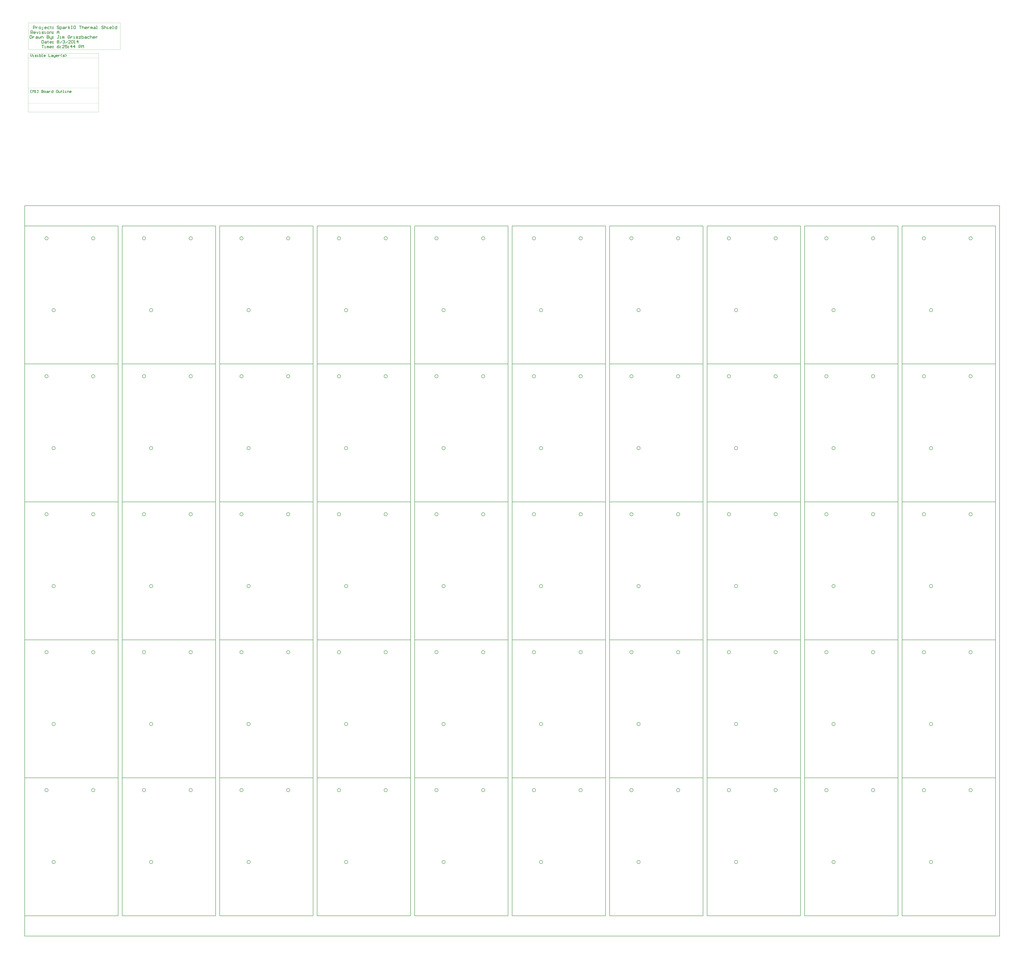
<source format=gko>
%FSLAX25Y25*%
%MOIN*%
G70*
G01*
G75*
G04 Layer_Color=16711935*
%ADD10C,0.01200*%
G04:AMPARAMS|DCode=11|XSize=37.4mil|YSize=25.59mil|CornerRadius=6.4mil|HoleSize=0mil|Usage=FLASHONLY|Rotation=270.000|XOffset=0mil|YOffset=0mil|HoleType=Round|Shape=RoundedRectangle|*
%AMROUNDEDRECTD11*
21,1,0.03740,0.01280,0,0,270.0*
21,1,0.02461,0.02559,0,0,270.0*
1,1,0.01280,-0.00640,-0.01230*
1,1,0.01280,-0.00640,0.01230*
1,1,0.01280,0.00640,0.01230*
1,1,0.01280,0.00640,-0.01230*
%
%ADD11ROUNDEDRECTD11*%
%ADD12R,0.02559X0.03740*%
%ADD13O,0.02362X0.07480*%
%ADD14R,0.03900X0.04300*%
%ADD15C,0.04000*%
%ADD16R,0.04300X0.03900*%
%ADD17C,0.01500*%
%ADD18C,0.01000*%
%ADD19C,0.02000*%
%ADD20C,0.00394*%
%ADD21R,0.07087X0.07087*%
%ADD22C,0.07087*%
%ADD23C,0.09449*%
%ADD24R,0.07500X0.07500*%
%ADD25C,0.07500*%
%ADD26C,0.08661*%
%ADD27C,0.31496*%
%ADD28C,0.02500*%
%ADD29C,0.00787*%
%ADD30C,0.01575*%
%ADD31C,0.00984*%
%ADD32C,0.00700*%
%ADD33C,0.00800*%
G04:AMPARAMS|DCode=34|XSize=45.4mil|YSize=33.59mil|CornerRadius=10.4mil|HoleSize=0mil|Usage=FLASHONLY|Rotation=270.000|XOffset=0mil|YOffset=0mil|HoleType=Round|Shape=RoundedRectangle|*
%AMROUNDEDRECTD34*
21,1,0.04540,0.01280,0,0,270.0*
21,1,0.02461,0.03359,0,0,270.0*
1,1,0.02080,-0.00640,-0.01230*
1,1,0.02080,-0.00640,0.01230*
1,1,0.02080,0.00640,0.01230*
1,1,0.02080,0.00640,-0.01230*
%
%ADD34ROUNDEDRECTD34*%
%ADD35R,0.03359X0.04540*%
%ADD36O,0.03162X0.08280*%
%ADD37R,0.04700X0.05100*%
%ADD38C,0.08000*%
%ADD39R,0.05100X0.04700*%
%ADD40R,0.07887X0.07887*%
%ADD41C,0.07887*%
%ADD42C,0.10249*%
%ADD43R,0.08300X0.08300*%
%ADD44C,0.08300*%
%ADD45C,0.09461*%
%ADD46C,0.32296*%
%ADD47C,0.03300*%
%ADD48C,0.00197*%
D10*
X17199Y2078300D02*
X15200D01*
Y2084298D01*
X17199D01*
X20198Y2078300D02*
Y2084298D01*
X22198Y2082299D01*
X24197Y2084298D01*
Y2078300D01*
X26196D02*
X28196D01*
X27196D01*
Y2084298D01*
X26196Y2083298D01*
X31195Y2078300D02*
X33194D01*
Y2084298D01*
X31195D01*
X42191D02*
Y2078300D01*
X45190D01*
X46190Y2079300D01*
Y2080299D01*
X45190Y2081299D01*
X42191D01*
X45190D01*
X46190Y2082299D01*
Y2083298D01*
X45190Y2084298D01*
X42191D01*
X49189Y2078300D02*
X51188D01*
X52188Y2079300D01*
Y2081299D01*
X51188Y2082299D01*
X49189D01*
X48189Y2081299D01*
Y2079300D01*
X49189Y2078300D01*
X55187Y2082299D02*
X57186D01*
X58186Y2081299D01*
Y2078300D01*
X55187D01*
X54187Y2079300D01*
X55187Y2080299D01*
X58186D01*
X60185Y2082299D02*
Y2078300D01*
Y2080299D01*
X61185Y2081299D01*
X62185Y2082299D01*
X63184D01*
X70182Y2084298D02*
Y2078300D01*
X67183D01*
X66184Y2079300D01*
Y2081299D01*
X67183Y2082299D01*
X70182D01*
X81179Y2084298D02*
X79179D01*
X78180Y2083298D01*
Y2079300D01*
X79179Y2078300D01*
X81179D01*
X82178Y2079300D01*
Y2083298D01*
X81179Y2084298D01*
X84178Y2082299D02*
Y2079300D01*
X85177Y2078300D01*
X88176D01*
Y2082299D01*
X91175Y2083298D02*
Y2082299D01*
X90176D01*
X92175D01*
X91175D01*
Y2079300D01*
X92175Y2078300D01*
X95174D02*
X97174D01*
X96174D01*
Y2084298D01*
X95174D01*
X100172Y2078300D02*
X102172D01*
X101172D01*
Y2082299D01*
X100172D01*
X105171Y2078300D02*
Y2082299D01*
X108170D01*
X109170Y2081299D01*
Y2078300D01*
X114168D02*
X112169D01*
X111169Y2079300D01*
Y2081299D01*
X112169Y2082299D01*
X114168D01*
X115168Y2081299D01*
Y2080299D01*
X111169D01*
X14600Y2172878D02*
Y2168879D01*
X16599Y2166879D01*
X18599Y2168879D01*
Y2172878D01*
X20598Y2166879D02*
X22597D01*
X21598D01*
Y2170878D01*
X20598D01*
X25596Y2166879D02*
X28596D01*
X29595Y2167879D01*
X28596Y2168879D01*
X26596D01*
X25596Y2169879D01*
X26596Y2170878D01*
X29595D01*
X31594Y2166879D02*
X33594D01*
X32594D01*
Y2170878D01*
X31594D01*
X36593Y2172878D02*
Y2166879D01*
X39592D01*
X40592Y2167879D01*
Y2168879D01*
Y2169879D01*
X39592Y2170878D01*
X36593D01*
X42591Y2166879D02*
X44590D01*
X43591D01*
Y2172878D01*
X42591D01*
X50588Y2166879D02*
X48589D01*
X47589Y2167879D01*
Y2169879D01*
X48589Y2170878D01*
X50588D01*
X51588Y2169879D01*
Y2168879D01*
X47589D01*
X59585Y2172878D02*
Y2166879D01*
X63584D01*
X66583Y2170878D02*
X68582D01*
X69582Y2169879D01*
Y2166879D01*
X66583D01*
X65583Y2167879D01*
X66583Y2168879D01*
X69582D01*
X71582Y2170878D02*
Y2167879D01*
X72581Y2166879D01*
X75580D01*
Y2165880D01*
X74581Y2164880D01*
X73581D01*
X75580Y2166879D02*
Y2170878D01*
X80579Y2166879D02*
X78579D01*
X77580Y2167879D01*
Y2169879D01*
X78579Y2170878D01*
X80579D01*
X81578Y2169879D01*
Y2168879D01*
X77580D01*
X83578Y2170878D02*
Y2166879D01*
Y2168879D01*
X84577Y2169879D01*
X85577Y2170878D01*
X86577D01*
X91575Y2166879D02*
X89576Y2168879D01*
Y2170878D01*
X91575Y2172878D01*
X94574Y2166879D02*
X97573D01*
X98573Y2167879D01*
X97573Y2168879D01*
X95574D01*
X94574Y2169879D01*
X95574Y2170878D01*
X98573D01*
X100572Y2166879D02*
X102571Y2168879D01*
Y2170878D01*
X100572Y2172878D01*
X21364Y2235431D02*
Y2242428D01*
X24863D01*
X26029Y2241262D01*
Y2238930D01*
X24863Y2237763D01*
X21364D01*
X28362Y2240096D02*
Y2235431D01*
Y2237763D01*
X29528Y2238930D01*
X30694Y2240096D01*
X31861D01*
X36526Y2235431D02*
X38858D01*
X40025Y2236597D01*
Y2238930D01*
X38858Y2240096D01*
X36526D01*
X35359Y2238930D01*
Y2236597D01*
X36526Y2235431D01*
X42357Y2233098D02*
X43523D01*
X44690Y2234264D01*
Y2240096D01*
X52854Y2235431D02*
X50521D01*
X49355Y2236597D01*
Y2238930D01*
X50521Y2240096D01*
X52854D01*
X54020Y2238930D01*
Y2237763D01*
X49355D01*
X61018Y2240096D02*
X57519D01*
X56353Y2238930D01*
Y2236597D01*
X57519Y2235431D01*
X61018D01*
X64517Y2241262D02*
Y2240096D01*
X63350D01*
X65683D01*
X64517D01*
Y2236597D01*
X65683Y2235431D01*
X69182Y2240096D02*
X70348D01*
Y2238930D01*
X69182D01*
Y2240096D01*
Y2236597D02*
X70348D01*
Y2235431D01*
X69182D01*
Y2236597D01*
X15532Y2223620D02*
Y2230617D01*
X19031D01*
X20198Y2229451D01*
Y2227118D01*
X19031Y2225952D01*
X15532D01*
X17865D02*
X20198Y2223620D01*
X26029D02*
X23697D01*
X22530Y2224786D01*
Y2227118D01*
X23697Y2228285D01*
X26029D01*
X27195Y2227118D01*
Y2225952D01*
X22530D01*
X29528Y2228285D02*
X31861Y2223620D01*
X34193Y2228285D01*
X36526Y2223620D02*
X38858D01*
X37692D01*
Y2228285D01*
X36526D01*
X42357Y2223620D02*
X45856D01*
X47022Y2224786D01*
X45856Y2225952D01*
X43523D01*
X42357Y2227118D01*
X43523Y2228285D01*
X47022D01*
X49355Y2223620D02*
X51688D01*
X50521D01*
Y2228285D01*
X49355D01*
X56353Y2223620D02*
X58685D01*
X59851Y2224786D01*
Y2227118D01*
X58685Y2228285D01*
X56353D01*
X55186Y2227118D01*
Y2224786D01*
X56353Y2223620D01*
X62184D02*
Y2228285D01*
X65683D01*
X66849Y2227118D01*
Y2223620D01*
X69182Y2228285D02*
X70348D01*
Y2227118D01*
X69182D01*
Y2228285D01*
Y2224786D02*
X70348D01*
Y2223620D01*
X69182D01*
Y2224786D01*
X13200Y2218806D02*
Y2211809D01*
X16699D01*
X17865Y2212975D01*
Y2217640D01*
X16699Y2218806D01*
X13200D01*
X20198Y2216474D02*
Y2211809D01*
Y2214141D01*
X21364Y2215307D01*
X22530Y2216474D01*
X23697D01*
X28362D02*
X30694D01*
X31861Y2215307D01*
Y2211809D01*
X28362D01*
X27195Y2212975D01*
X28362Y2214141D01*
X31861D01*
X34193Y2216474D02*
Y2212975D01*
X35359Y2211809D01*
X36526Y2212975D01*
X37692Y2211809D01*
X38858Y2212975D01*
Y2216474D01*
X41191Y2211809D02*
Y2216474D01*
X44690D01*
X45856Y2215307D01*
Y2211809D01*
X55186Y2218806D02*
Y2211809D01*
X58685D01*
X59851Y2212975D01*
Y2214141D01*
X58685Y2215307D01*
X55186D01*
X58685D01*
X59851Y2216474D01*
Y2217640D01*
X58685Y2218806D01*
X55186D01*
X62184Y2216474D02*
Y2212975D01*
X63350Y2211809D01*
X66849D01*
Y2210642D01*
X65683Y2209476D01*
X64517D01*
X66849Y2211809D02*
Y2216474D01*
X69182D02*
X70348D01*
Y2215307D01*
X69182D01*
Y2216474D01*
Y2212975D02*
X70348D01*
Y2211809D01*
X69182D01*
Y2212975D01*
X42357Y2206995D02*
Y2199998D01*
X45856D01*
X47022Y2201164D01*
Y2205829D01*
X45856Y2206995D01*
X42357D01*
X50521Y2204663D02*
X52854D01*
X54020Y2203497D01*
Y2199998D01*
X50521D01*
X49355Y2201164D01*
X50521Y2202330D01*
X54020D01*
X57519Y2205829D02*
Y2204663D01*
X56353D01*
X58685D01*
X57519D01*
Y2201164D01*
X58685Y2199998D01*
X65683D02*
X63350D01*
X62184Y2201164D01*
Y2203497D01*
X63350Y2204663D01*
X65683D01*
X66849Y2203497D01*
Y2202330D01*
X62184D01*
X69182Y2204663D02*
X70348D01*
Y2203497D01*
X69182D01*
Y2204663D01*
Y2201164D02*
X70348D01*
Y2199998D01*
X69182D01*
Y2201164D01*
X42357Y2195184D02*
X47022D01*
X44690D01*
Y2188187D01*
X49355D02*
X51688D01*
X50521D01*
Y2192852D01*
X49355D01*
X55186Y2188187D02*
Y2192852D01*
X56353D01*
X57519Y2191685D01*
Y2188187D01*
Y2191685D01*
X58685Y2192852D01*
X59851Y2191685D01*
Y2188187D01*
X65683D02*
X63350D01*
X62184Y2189353D01*
Y2191685D01*
X63350Y2192852D01*
X65683D01*
X66849Y2191685D01*
Y2190519D01*
X62184D01*
X69182Y2192852D02*
X70348D01*
Y2191685D01*
X69182D01*
Y2192852D01*
Y2189353D02*
X70348D01*
Y2188187D01*
X69182D01*
Y2189353D01*
X84794Y2241262D02*
X83628Y2242428D01*
X81295D01*
X80129Y2241262D01*
Y2240096D01*
X81295Y2238930D01*
X83628D01*
X84794Y2237763D01*
Y2236597D01*
X83628Y2235431D01*
X81295D01*
X80129Y2236597D01*
X87127Y2233098D02*
Y2240096D01*
X90626D01*
X91792Y2238930D01*
Y2236597D01*
X90626Y2235431D01*
X87127D01*
X95291Y2240096D02*
X97623D01*
X98790Y2238930D01*
Y2235431D01*
X95291D01*
X94125Y2236597D01*
X95291Y2237763D01*
X98790D01*
X101122Y2240096D02*
Y2235431D01*
Y2237763D01*
X102289Y2238930D01*
X103455Y2240096D01*
X104621D01*
X108120Y2235431D02*
Y2242428D01*
Y2237763D02*
X111619Y2240096D01*
X108120Y2237763D02*
X111619Y2235431D01*
X115118Y2242428D02*
X117450D01*
X116284D01*
Y2235431D01*
X115118D01*
X117450D01*
X124448Y2242428D02*
X122116D01*
X120949Y2241262D01*
Y2236597D01*
X122116Y2235431D01*
X124448D01*
X125614Y2236597D01*
Y2241262D01*
X124448Y2242428D01*
X134945D02*
X139610D01*
X137277D01*
Y2235431D01*
X141943Y2242428D02*
Y2235431D01*
Y2238930D01*
X143109Y2240096D01*
X145441D01*
X146608Y2238930D01*
Y2235431D01*
X152439D02*
X150107D01*
X148940Y2236597D01*
Y2238930D01*
X150107Y2240096D01*
X152439D01*
X153605Y2238930D01*
Y2237763D01*
X148940D01*
X155938Y2240096D02*
Y2235431D01*
Y2237763D01*
X157104Y2238930D01*
X158271Y2240096D01*
X159437D01*
X162936Y2235431D02*
Y2240096D01*
X164102D01*
X165268Y2238930D01*
Y2235431D01*
Y2238930D01*
X166435Y2240096D01*
X167601Y2238930D01*
Y2235431D01*
X171100Y2240096D02*
X173432D01*
X174599Y2238930D01*
Y2235431D01*
X171100D01*
X169933Y2236597D01*
X171100Y2237763D01*
X174599D01*
X176931Y2235431D02*
X179264D01*
X178097D01*
Y2242428D01*
X176931D01*
X194425Y2241262D02*
X193259Y2242428D01*
X190927D01*
X189760Y2241262D01*
Y2240096D01*
X190927Y2238930D01*
X193259D01*
X194425Y2237763D01*
Y2236597D01*
X193259Y2235431D01*
X190927D01*
X189760Y2236597D01*
X196758Y2242428D02*
Y2235431D01*
Y2238930D01*
X197924Y2240096D01*
X200257D01*
X201423Y2238930D01*
Y2235431D01*
X203756D02*
X206088D01*
X204922D01*
Y2240096D01*
X203756D01*
X213086Y2235431D02*
X210754D01*
X209587Y2236597D01*
Y2238930D01*
X210754Y2240096D01*
X213086D01*
X214252Y2238930D01*
Y2237763D01*
X209587D01*
X216585Y2235431D02*
X218918D01*
X217751D01*
Y2242428D01*
X216585D01*
X227082D02*
Y2235431D01*
X223583D01*
X222416Y2236597D01*
Y2238930D01*
X223583Y2240096D01*
X227082D01*
X80129Y2223620D02*
Y2228285D01*
X82462Y2230617D01*
X84794Y2228285D01*
Y2223620D01*
Y2227118D01*
X80129D01*
X84794Y2218806D02*
X82462D01*
X83628D01*
Y2212975D01*
X82462Y2211809D01*
X81295D01*
X80129Y2212975D01*
X87127Y2211809D02*
X89459D01*
X88293D01*
Y2216474D01*
X87127D01*
X92958Y2211809D02*
Y2216474D01*
X94125D01*
X95291Y2215307D01*
Y2211809D01*
Y2215307D01*
X96457Y2216474D01*
X97623Y2215307D01*
Y2211809D01*
X111619Y2217640D02*
X110453Y2218806D01*
X108120D01*
X106954Y2217640D01*
Y2212975D01*
X108120Y2211809D01*
X110453D01*
X111619Y2212975D01*
Y2215307D01*
X109286D01*
X113952Y2216474D02*
Y2211809D01*
Y2214141D01*
X115118Y2215307D01*
X116284Y2216474D01*
X117450D01*
X120949Y2211809D02*
X123282D01*
X122116D01*
Y2216474D01*
X120949D01*
X126781Y2211809D02*
X130280D01*
X131446Y2212975D01*
X130280Y2214141D01*
X127947D01*
X126781Y2215307D01*
X127947Y2216474D01*
X131446D01*
X133778D02*
X138444D01*
X133778Y2211809D01*
X138444D01*
X140776Y2218806D02*
Y2211809D01*
X144275D01*
X145441Y2212975D01*
Y2214141D01*
Y2215307D01*
X144275Y2216474D01*
X140776D01*
X148940D02*
X151273D01*
X152439Y2215307D01*
Y2211809D01*
X148940D01*
X147774Y2212975D01*
X148940Y2214141D01*
X152439D01*
X159437Y2216474D02*
X155938D01*
X154772Y2215307D01*
Y2212975D01*
X155938Y2211809D01*
X159437D01*
X161769Y2218806D02*
Y2211809D01*
Y2215307D01*
X162936Y2216474D01*
X165268D01*
X166435Y2215307D01*
Y2211809D01*
X172266D02*
X169933D01*
X168767Y2212975D01*
Y2215307D01*
X169933Y2216474D01*
X172266D01*
X173432Y2215307D01*
Y2214141D01*
X168767D01*
X175765Y2216474D02*
Y2211809D01*
Y2214141D01*
X176931Y2215307D01*
X178097Y2216474D01*
X179264D01*
X84794Y2195184D02*
X82462Y2194018D01*
X80129Y2191685D01*
Y2189353D01*
X81295Y2188187D01*
X83628D01*
X84794Y2189353D01*
Y2190519D01*
X83628Y2191685D01*
X80129D01*
X87127Y2192852D02*
X88293D01*
Y2191685D01*
X87127D01*
Y2192852D01*
Y2189353D02*
X88293D01*
Y2188187D01*
X87127D01*
Y2189353D01*
X97623Y2188187D02*
X92958D01*
X97623Y2192852D01*
Y2194018D01*
X96457Y2195184D01*
X94125D01*
X92958Y2194018D01*
X104621Y2195184D02*
X99956D01*
Y2191685D01*
X102289Y2192852D01*
X103455D01*
X104621Y2191685D01*
Y2189353D01*
X103455Y2188187D01*
X101122D01*
X99956Y2189353D01*
X106954Y2192852D02*
X108120D01*
Y2191685D01*
X106954D01*
Y2192852D01*
Y2189353D02*
X108120D01*
Y2188187D01*
X106954D01*
Y2189353D01*
X116284Y2188187D02*
Y2195184D01*
X112785Y2191685D01*
X117450D01*
X123282Y2188187D02*
Y2195184D01*
X119783Y2191685D01*
X124448D01*
X133778Y2188187D02*
Y2195184D01*
X137277D01*
X138444Y2194018D01*
Y2191685D01*
X137277Y2190519D01*
X133778D01*
X140776Y2188187D02*
Y2195184D01*
X143109Y2192852D01*
X145441Y2195184D01*
Y2188187D01*
X80129Y2205829D02*
X81295Y2206995D01*
X83628D01*
X84794Y2205829D01*
Y2204663D01*
X83628Y2203497D01*
X84794Y2202330D01*
Y2201164D01*
X83628Y2199998D01*
X81295D01*
X80129Y2201164D01*
Y2202330D01*
X81295Y2203497D01*
X80129Y2204663D01*
Y2205829D01*
X81295Y2203497D02*
X83628D01*
X87127Y2199998D02*
X91792Y2204663D01*
X94125Y2205829D02*
X95291Y2206995D01*
X97623D01*
X98790Y2205829D01*
Y2204663D01*
X97623Y2203497D01*
X96457D01*
X97623D01*
X98790Y2202330D01*
Y2201164D01*
X97623Y2199998D01*
X95291D01*
X94125Y2201164D01*
X101122Y2199998D02*
X105788Y2204663D01*
X112785Y2199998D02*
X108120D01*
X112785Y2204663D01*
Y2205829D01*
X111619Y2206995D01*
X109286D01*
X108120Y2205829D01*
X115118D02*
X116284Y2206995D01*
X118617D01*
X119783Y2205829D01*
Y2201164D01*
X118617Y2199998D01*
X116284D01*
X115118Y2201164D01*
Y2205829D01*
X122116Y2199998D02*
X124448D01*
X123282D01*
Y2206995D01*
X122116Y2205829D01*
X131446Y2199998D02*
Y2206995D01*
X127947Y2203497D01*
X132612D01*
D18*
X58031Y359300D02*
G03*
X58031Y359300I-4031J0D01*
G01*
X75631Y182200D02*
G03*
X75631Y182200I-4031J0D01*
G01*
X173031Y359300D02*
G03*
X173031Y359300I-4031J0D01*
G01*
X298031D02*
G03*
X298031Y359300I-4031J0D01*
G01*
X315631Y182200D02*
G03*
X315631Y182200I-4031J0D01*
G01*
X413031Y359300D02*
G03*
X413031Y359300I-4031J0D01*
G01*
X538031D02*
G03*
X538031Y359300I-4031J0D01*
G01*
X555631Y182200D02*
G03*
X555631Y182200I-4031J0D01*
G01*
X653031Y359300D02*
G03*
X653031Y359300I-4031J0D01*
G01*
X778031D02*
G03*
X778031Y359300I-4031J0D01*
G01*
X795631Y182200D02*
G03*
X795631Y182200I-4031J0D01*
G01*
X893031Y359300D02*
G03*
X893031Y359300I-4031J0D01*
G01*
X1018031D02*
G03*
X1018031Y359300I-4031J0D01*
G01*
X1035631Y182200D02*
G03*
X1035631Y182200I-4031J0D01*
G01*
X1133031Y359300D02*
G03*
X1133031Y359300I-4031J0D01*
G01*
X1258031D02*
G03*
X1258031Y359300I-4031J0D01*
G01*
X1275631Y182200D02*
G03*
X1275631Y182200I-4031J0D01*
G01*
X1373031Y359300D02*
G03*
X1373031Y359300I-4031J0D01*
G01*
X1498031D02*
G03*
X1498031Y359300I-4031J0D01*
G01*
X1515631Y182200D02*
G03*
X1515631Y182200I-4031J0D01*
G01*
X1613031Y359300D02*
G03*
X1613031Y359300I-4031J0D01*
G01*
X1738031D02*
G03*
X1738031Y359300I-4031J0D01*
G01*
X1755631Y182200D02*
G03*
X1755631Y182200I-4031J0D01*
G01*
X1853031Y359300D02*
G03*
X1853031Y359300I-4031J0D01*
G01*
X1978031D02*
G03*
X1978031Y359300I-4031J0D01*
G01*
X1995631Y182200D02*
G03*
X1995631Y182200I-4031J0D01*
G01*
X2093031Y359300D02*
G03*
X2093031Y359300I-4031J0D01*
G01*
X2218031D02*
G03*
X2218031Y359300I-4031J0D01*
G01*
X2235631Y182200D02*
G03*
X2235631Y182200I-4031J0D01*
G01*
X2333031Y359300D02*
G03*
X2333031Y359300I-4031J0D01*
G01*
X58031Y699300D02*
G03*
X58031Y699300I-4031J0D01*
G01*
X75631Y522200D02*
G03*
X75631Y522200I-4031J0D01*
G01*
X173031Y699300D02*
G03*
X173031Y699300I-4031J0D01*
G01*
X298031D02*
G03*
X298031Y699300I-4031J0D01*
G01*
X315631Y522200D02*
G03*
X315631Y522200I-4031J0D01*
G01*
X413031Y699300D02*
G03*
X413031Y699300I-4031J0D01*
G01*
X538031D02*
G03*
X538031Y699300I-4031J0D01*
G01*
X555631Y522200D02*
G03*
X555631Y522200I-4031J0D01*
G01*
X653031Y699300D02*
G03*
X653031Y699300I-4031J0D01*
G01*
X778031D02*
G03*
X778031Y699300I-4031J0D01*
G01*
X795631Y522200D02*
G03*
X795631Y522200I-4031J0D01*
G01*
X893031Y699300D02*
G03*
X893031Y699300I-4031J0D01*
G01*
X1018031D02*
G03*
X1018031Y699300I-4031J0D01*
G01*
X1035631Y522200D02*
G03*
X1035631Y522200I-4031J0D01*
G01*
X1133031Y699300D02*
G03*
X1133031Y699300I-4031J0D01*
G01*
X1258031D02*
G03*
X1258031Y699300I-4031J0D01*
G01*
X1275631Y522200D02*
G03*
X1275631Y522200I-4031J0D01*
G01*
X1373031Y699300D02*
G03*
X1373031Y699300I-4031J0D01*
G01*
X1498031D02*
G03*
X1498031Y699300I-4031J0D01*
G01*
X1515631Y522200D02*
G03*
X1515631Y522200I-4031J0D01*
G01*
X1613031Y699300D02*
G03*
X1613031Y699300I-4031J0D01*
G01*
X1738031D02*
G03*
X1738031Y699300I-4031J0D01*
G01*
X1755631Y522200D02*
G03*
X1755631Y522200I-4031J0D01*
G01*
X1853031Y699300D02*
G03*
X1853031Y699300I-4031J0D01*
G01*
X1978031D02*
G03*
X1978031Y699300I-4031J0D01*
G01*
X1995631Y522200D02*
G03*
X1995631Y522200I-4031J0D01*
G01*
X2093031Y699300D02*
G03*
X2093031Y699300I-4031J0D01*
G01*
X2218031D02*
G03*
X2218031Y699300I-4031J0D01*
G01*
X2235631Y522200D02*
G03*
X2235631Y522200I-4031J0D01*
G01*
X2333031Y699300D02*
G03*
X2333031Y699300I-4031J0D01*
G01*
X58031Y1039300D02*
G03*
X58031Y1039300I-4031J0D01*
G01*
X75631Y862200D02*
G03*
X75631Y862200I-4031J0D01*
G01*
X173031Y1039300D02*
G03*
X173031Y1039300I-4031J0D01*
G01*
X298031D02*
G03*
X298031Y1039300I-4031J0D01*
G01*
X315631Y862200D02*
G03*
X315631Y862200I-4031J0D01*
G01*
X413031Y1039300D02*
G03*
X413031Y1039300I-4031J0D01*
G01*
X538031D02*
G03*
X538031Y1039300I-4031J0D01*
G01*
X555631Y862200D02*
G03*
X555631Y862200I-4031J0D01*
G01*
X653031Y1039300D02*
G03*
X653031Y1039300I-4031J0D01*
G01*
X778031D02*
G03*
X778031Y1039300I-4031J0D01*
G01*
X795631Y862200D02*
G03*
X795631Y862200I-4031J0D01*
G01*
X893031Y1039300D02*
G03*
X893031Y1039300I-4031J0D01*
G01*
X1018031D02*
G03*
X1018031Y1039300I-4031J0D01*
G01*
X1035631Y862200D02*
G03*
X1035631Y862200I-4031J0D01*
G01*
X1133031Y1039300D02*
G03*
X1133031Y1039300I-4031J0D01*
G01*
X1258031D02*
G03*
X1258031Y1039300I-4031J0D01*
G01*
X1275631Y862200D02*
G03*
X1275631Y862200I-4031J0D01*
G01*
X1373031Y1039300D02*
G03*
X1373031Y1039300I-4031J0D01*
G01*
X1498031D02*
G03*
X1498031Y1039300I-4031J0D01*
G01*
X1515631Y862200D02*
G03*
X1515631Y862200I-4031J0D01*
G01*
X1613031Y1039300D02*
G03*
X1613031Y1039300I-4031J0D01*
G01*
X1738031D02*
G03*
X1738031Y1039300I-4031J0D01*
G01*
X1755631Y862200D02*
G03*
X1755631Y862200I-4031J0D01*
G01*
X1853031Y1039300D02*
G03*
X1853031Y1039300I-4031J0D01*
G01*
X1978031D02*
G03*
X1978031Y1039300I-4031J0D01*
G01*
X1995631Y862200D02*
G03*
X1995631Y862200I-4031J0D01*
G01*
X2093031Y1039300D02*
G03*
X2093031Y1039300I-4031J0D01*
G01*
X2218031D02*
G03*
X2218031Y1039300I-4031J0D01*
G01*
X2235631Y862200D02*
G03*
X2235631Y862200I-4031J0D01*
G01*
X2333031Y1039300D02*
G03*
X2333031Y1039300I-4031J0D01*
G01*
X58031Y1379300D02*
G03*
X58031Y1379300I-4031J0D01*
G01*
X75631Y1202200D02*
G03*
X75631Y1202200I-4031J0D01*
G01*
X173031Y1379300D02*
G03*
X173031Y1379300I-4031J0D01*
G01*
X298031D02*
G03*
X298031Y1379300I-4031J0D01*
G01*
X315631Y1202200D02*
G03*
X315631Y1202200I-4031J0D01*
G01*
X413031Y1379300D02*
G03*
X413031Y1379300I-4031J0D01*
G01*
X538031D02*
G03*
X538031Y1379300I-4031J0D01*
G01*
X555631Y1202200D02*
G03*
X555631Y1202200I-4031J0D01*
G01*
X653031Y1379300D02*
G03*
X653031Y1379300I-4031J0D01*
G01*
X778031D02*
G03*
X778031Y1379300I-4031J0D01*
G01*
X795631Y1202200D02*
G03*
X795631Y1202200I-4031J0D01*
G01*
X893031Y1379300D02*
G03*
X893031Y1379300I-4031J0D01*
G01*
X1018031D02*
G03*
X1018031Y1379300I-4031J0D01*
G01*
X1035631Y1202200D02*
G03*
X1035631Y1202200I-4031J0D01*
G01*
X1133031Y1379300D02*
G03*
X1133031Y1379300I-4031J0D01*
G01*
X1258031D02*
G03*
X1258031Y1379300I-4031J0D01*
G01*
X1275631Y1202200D02*
G03*
X1275631Y1202200I-4031J0D01*
G01*
X1373031Y1379300D02*
G03*
X1373031Y1379300I-4031J0D01*
G01*
X1498031D02*
G03*
X1498031Y1379300I-4031J0D01*
G01*
X1515631Y1202200D02*
G03*
X1515631Y1202200I-4031J0D01*
G01*
X1613031Y1379300D02*
G03*
X1613031Y1379300I-4031J0D01*
G01*
X1738031D02*
G03*
X1738031Y1379300I-4031J0D01*
G01*
X1755631Y1202200D02*
G03*
X1755631Y1202200I-4031J0D01*
G01*
X1853031Y1379300D02*
G03*
X1853031Y1379300I-4031J0D01*
G01*
X1978031D02*
G03*
X1978031Y1379300I-4031J0D01*
G01*
X1995631Y1202200D02*
G03*
X1995631Y1202200I-4031J0D01*
G01*
X2093031Y1379300D02*
G03*
X2093031Y1379300I-4031J0D01*
G01*
X2218031D02*
G03*
X2218031Y1379300I-4031J0D01*
G01*
X2235631Y1202200D02*
G03*
X2235631Y1202200I-4031J0D01*
G01*
X2333031Y1379300D02*
G03*
X2333031Y1379300I-4031J0D01*
G01*
X58031Y1719300D02*
G03*
X58031Y1719300I-4031J0D01*
G01*
X75631Y1542200D02*
G03*
X75631Y1542200I-4031J0D01*
G01*
X173031Y1719300D02*
G03*
X173031Y1719300I-4031J0D01*
G01*
X298031D02*
G03*
X298031Y1719300I-4031J0D01*
G01*
X315631Y1542200D02*
G03*
X315631Y1542200I-4031J0D01*
G01*
X413031Y1719300D02*
G03*
X413031Y1719300I-4031J0D01*
G01*
X538031D02*
G03*
X538031Y1719300I-4031J0D01*
G01*
X555631Y1542200D02*
G03*
X555631Y1542200I-4031J0D01*
G01*
X653031Y1719300D02*
G03*
X653031Y1719300I-4031J0D01*
G01*
X778031D02*
G03*
X778031Y1719300I-4031J0D01*
G01*
X795631Y1542200D02*
G03*
X795631Y1542200I-4031J0D01*
G01*
X893031Y1719300D02*
G03*
X893031Y1719300I-4031J0D01*
G01*
X1018031D02*
G03*
X1018031Y1719300I-4031J0D01*
G01*
X1035631Y1542200D02*
G03*
X1035631Y1542200I-4031J0D01*
G01*
X1133031Y1719300D02*
G03*
X1133031Y1719300I-4031J0D01*
G01*
X1258031D02*
G03*
X1258031Y1719300I-4031J0D01*
G01*
X1275631Y1542200D02*
G03*
X1275631Y1542200I-4031J0D01*
G01*
X1373031Y1719300D02*
G03*
X1373031Y1719300I-4031J0D01*
G01*
X1498031D02*
G03*
X1498031Y1719300I-4031J0D01*
G01*
X1515631Y1542200D02*
G03*
X1515631Y1542200I-4031J0D01*
G01*
X1613031Y1719300D02*
G03*
X1613031Y1719300I-4031J0D01*
G01*
X1738031D02*
G03*
X1738031Y1719300I-4031J0D01*
G01*
X1755631Y1542200D02*
G03*
X1755631Y1542200I-4031J0D01*
G01*
X1853031Y1719300D02*
G03*
X1853031Y1719300I-4031J0D01*
G01*
X1978031D02*
G03*
X1978031Y1719300I-4031J0D01*
G01*
X1995631Y1542200D02*
G03*
X1995631Y1542200I-4031J0D01*
G01*
X2093031Y1719300D02*
G03*
X2093031Y1719300I-4031J0D01*
G01*
X2218031D02*
G03*
X2218031Y1719300I-4031J0D01*
G01*
X2235631Y1542200D02*
G03*
X2235631Y1542200I-4031J0D01*
G01*
X2333031Y1719300D02*
G03*
X2333031Y1719300I-4031J0D01*
G01*
X0Y0D02*
Y1800000D01*
Y0D02*
X2400000D01*
X0Y1800000D02*
X2400000D01*
Y0D02*
Y1800000D01*
X0Y50000D02*
X230000D01*
Y50500D02*
Y390000D01*
X0D02*
X230000D01*
X0Y50000D02*
Y390000D01*
X240000Y50000D02*
X470000D01*
Y50500D02*
Y390000D01*
X240000D02*
X470000D01*
X240000Y50000D02*
Y390000D01*
X480000Y50000D02*
X710000D01*
Y50500D02*
Y390000D01*
X480000D02*
X710000D01*
X480000Y50000D02*
Y390000D01*
X720000Y50000D02*
X950000D01*
Y50500D02*
Y390000D01*
X720000D02*
X950000D01*
X720000Y50000D02*
Y390000D01*
X960000Y50000D02*
X1190000D01*
Y50500D02*
Y390000D01*
X960000D02*
X1190000D01*
X960000Y50000D02*
Y390000D01*
X1200000Y50000D02*
X1430000D01*
Y50500D02*
Y390000D01*
X1200000D02*
X1430000D01*
X1200000Y50000D02*
Y390000D01*
X1440000Y50000D02*
X1670000D01*
Y50500D02*
Y390000D01*
X1440000D02*
X1670000D01*
X1440000Y50000D02*
Y390000D01*
X1680000Y50000D02*
X1910000D01*
Y50500D02*
Y390000D01*
X1680000D02*
X1910000D01*
X1680000Y50000D02*
Y390000D01*
X1920000Y50000D02*
X2150000D01*
Y50500D02*
Y390000D01*
X1920000D02*
X2150000D01*
X1920000Y50000D02*
Y390000D01*
X2160000Y50000D02*
X2390000D01*
Y50500D02*
Y390000D01*
X2160000D02*
X2390000D01*
X2160000Y50000D02*
Y390000D01*
X0D02*
X230000D01*
Y390500D02*
Y730000D01*
X0D02*
X230000D01*
X0Y390000D02*
Y730000D01*
X240000Y390000D02*
X470000D01*
Y390500D02*
Y730000D01*
X240000D02*
X470000D01*
X240000Y390000D02*
Y730000D01*
X480000Y390000D02*
X710000D01*
Y390500D02*
Y730000D01*
X480000D02*
X710000D01*
X480000Y390000D02*
Y730000D01*
X720000Y390000D02*
X950000D01*
Y390500D02*
Y730000D01*
X720000D02*
X950000D01*
X720000Y390000D02*
Y730000D01*
X960000Y390000D02*
X1190000D01*
Y390500D02*
Y730000D01*
X960000D02*
X1190000D01*
X960000Y390000D02*
Y730000D01*
X1200000Y390000D02*
X1430000D01*
Y390500D02*
Y730000D01*
X1200000D02*
X1430000D01*
X1200000Y390000D02*
Y730000D01*
X1440000Y390000D02*
X1670000D01*
Y390500D02*
Y730000D01*
X1440000D02*
X1670000D01*
X1440000Y390000D02*
Y730000D01*
X1680000Y390000D02*
X1910000D01*
Y390500D02*
Y730000D01*
X1680000D02*
X1910000D01*
X1680000Y390000D02*
Y730000D01*
X1920000Y390000D02*
X2150000D01*
Y390500D02*
Y730000D01*
X1920000D02*
X2150000D01*
X1920000Y390000D02*
Y730000D01*
X2160000Y390000D02*
X2390000D01*
Y390500D02*
Y730000D01*
X2160000D02*
X2390000D01*
X2160000Y390000D02*
Y730000D01*
X0D02*
X230000D01*
Y730500D02*
Y1070000D01*
X0D02*
X230000D01*
X0Y730000D02*
Y1070000D01*
X240000Y730000D02*
X470000D01*
Y730500D02*
Y1070000D01*
X240000D02*
X470000D01*
X240000Y730000D02*
Y1070000D01*
X480000Y730000D02*
X710000D01*
Y730500D02*
Y1070000D01*
X480000D02*
X710000D01*
X480000Y730000D02*
Y1070000D01*
X720000Y730000D02*
X950000D01*
Y730500D02*
Y1070000D01*
X720000D02*
X950000D01*
X720000Y730000D02*
Y1070000D01*
X960000Y730000D02*
X1190000D01*
Y730500D02*
Y1070000D01*
X960000D02*
X1190000D01*
X960000Y730000D02*
Y1070000D01*
X1200000Y730000D02*
X1430000D01*
Y730500D02*
Y1070000D01*
X1200000D02*
X1430000D01*
X1200000Y730000D02*
Y1070000D01*
X1440000Y730000D02*
X1670000D01*
Y730500D02*
Y1070000D01*
X1440000D02*
X1670000D01*
X1440000Y730000D02*
Y1070000D01*
X1680000Y730000D02*
X1910000D01*
Y730500D02*
Y1070000D01*
X1680000D02*
X1910000D01*
X1680000Y730000D02*
Y1070000D01*
X1920000Y730000D02*
X2150000D01*
Y730500D02*
Y1070000D01*
X1920000D02*
X2150000D01*
X1920000Y730000D02*
Y1070000D01*
X2160000Y730000D02*
X2390000D01*
Y730500D02*
Y1070000D01*
X2160000D02*
X2390000D01*
X2160000Y730000D02*
Y1070000D01*
X0D02*
X230000D01*
Y1070500D02*
Y1410000D01*
X0D02*
X230000D01*
X0Y1070000D02*
Y1410000D01*
X240000Y1070000D02*
X470000D01*
Y1070500D02*
Y1410000D01*
X240000D02*
X470000D01*
X240000Y1070000D02*
Y1410000D01*
X480000Y1070000D02*
X710000D01*
Y1070500D02*
Y1410000D01*
X480000D02*
X710000D01*
X480000Y1070000D02*
Y1410000D01*
X720000Y1070000D02*
X950000D01*
Y1070500D02*
Y1410000D01*
X720000D02*
X950000D01*
X720000Y1070000D02*
Y1410000D01*
X960000Y1070000D02*
X1190000D01*
Y1070500D02*
Y1410000D01*
X960000D02*
X1190000D01*
X960000Y1070000D02*
Y1410000D01*
X1200000Y1070000D02*
X1430000D01*
Y1070500D02*
Y1410000D01*
X1200000D02*
X1430000D01*
X1200000Y1070000D02*
Y1410000D01*
X1440000Y1070000D02*
X1670000D01*
Y1070500D02*
Y1410000D01*
X1440000D02*
X1670000D01*
X1440000Y1070000D02*
Y1410000D01*
X1680000Y1070000D02*
X1910000D01*
Y1070500D02*
Y1410000D01*
X1680000D02*
X1910000D01*
X1680000Y1070000D02*
Y1410000D01*
X1920000Y1070000D02*
X2150000D01*
Y1070500D02*
Y1410000D01*
X1920000D02*
X2150000D01*
X1920000Y1070000D02*
Y1410000D01*
X2160000Y1070000D02*
X2390000D01*
Y1070500D02*
Y1410000D01*
X2160000D02*
X2390000D01*
X2160000Y1070000D02*
Y1410000D01*
X0D02*
X230000D01*
Y1410500D02*
Y1750000D01*
X0D02*
X230000D01*
X0Y1410000D02*
Y1750000D01*
X240000Y1410000D02*
X470000D01*
Y1410500D02*
Y1750000D01*
X240000D02*
X470000D01*
X240000Y1410000D02*
Y1750000D01*
X480000Y1410000D02*
X710000D01*
Y1410500D02*
Y1750000D01*
X480000D02*
X710000D01*
X480000Y1410000D02*
Y1750000D01*
X720000Y1410000D02*
X950000D01*
Y1410500D02*
Y1750000D01*
X720000D02*
X950000D01*
X720000Y1410000D02*
Y1750000D01*
X960000Y1410000D02*
X1190000D01*
Y1410500D02*
Y1750000D01*
X960000D02*
X1190000D01*
X960000Y1410000D02*
Y1750000D01*
X1200000Y1410000D02*
X1430000D01*
Y1410500D02*
Y1750000D01*
X1200000D02*
X1430000D01*
X1200000Y1410000D02*
Y1750000D01*
X1440000Y1410000D02*
X1670000D01*
Y1410500D02*
Y1750000D01*
X1440000D02*
X1670000D01*
X1440000Y1410000D02*
Y1750000D01*
X1680000Y1410000D02*
X1910000D01*
Y1410500D02*
Y1750000D01*
X1680000D02*
X1910000D01*
X1680000Y1410000D02*
Y1750000D01*
X1920000Y1410000D02*
X2150000D01*
Y1410500D02*
Y1750000D01*
X1920000D02*
X2150000D01*
X1920000Y1410000D02*
Y1750000D01*
X2160000Y1410000D02*
X2390000D01*
Y1410500D02*
Y1750000D01*
X2160000D02*
X2390000D01*
X2160000Y1410000D02*
Y1750000D01*
D20*
X9063Y2052377D02*
X11032D01*
X13000D02*
X14968D01*
X16937D02*
X18905D01*
X20874D02*
X22842D01*
X24811D02*
X26779D01*
X28748D02*
X30716D01*
X32685D02*
X34653D01*
X36622D02*
X38591D01*
X40559D02*
X42528D01*
X44496D02*
X46465D01*
X48433D02*
X50402D01*
X52370D02*
X54339D01*
X56307D02*
X58276D01*
X60244D02*
X62213D01*
X64181D02*
X66150D01*
X68118D02*
X70087D01*
X72055D02*
X74024D01*
X75992D02*
X77961D01*
X79929D02*
X81898D01*
X83866D02*
X85835D01*
X87803D02*
X89772D01*
X91740D02*
X93709D01*
X95677D02*
X97646D01*
X99614D02*
X101583D01*
X103551D02*
X105520D01*
X107488D02*
X109457D01*
X111425D02*
X113394D01*
X115362D02*
X117331D01*
X119299D02*
X121268D01*
X123236D02*
X125205D01*
X127173D02*
X129142D01*
X131110D02*
X133079D01*
X135047D02*
X137016D01*
X138984D02*
X140953D01*
X142921D02*
X144890D01*
X146858D02*
X148827D01*
X150795D02*
X152764D01*
X154732D02*
X156701D01*
X158669D02*
X160638D01*
X162606D02*
X164575D01*
X166543D02*
X168512D01*
X170480D02*
X172449D01*
X174417D02*
X176386D01*
X178354D02*
X180323D01*
X9363Y2089817D02*
X11332D01*
X13300D02*
X15269D01*
X17237D02*
X19206D01*
X21174D02*
X23143D01*
X25111D02*
X27079D01*
X29048D02*
X31016D01*
X32985D02*
X34953D01*
X36922D02*
X38891D01*
X40859D02*
X42828D01*
X44796D02*
X46765D01*
X48733D02*
X50702D01*
X52670D02*
X54639D01*
X56607D02*
X58576D01*
X60544D02*
X62513D01*
X64481D02*
X66450D01*
X68418D02*
X70387D01*
X72355D02*
X74324D01*
X76292D02*
X78261D01*
X80229D02*
X82198D01*
X84166D02*
X86135D01*
X88103D02*
X90072D01*
X92040D02*
X94009D01*
X95977D02*
X97946D01*
X99914D02*
X101883D01*
X103851D02*
X105820D01*
X107788D02*
X109757D01*
X111725D02*
X113694D01*
X115662D02*
X117631D01*
X119599D02*
X121568D01*
X123536D02*
X125505D01*
X127473D02*
X129442D01*
X131410D02*
X133379D01*
X135347D02*
X137316D01*
X139284D02*
X141253D01*
X143221D02*
X145190D01*
X147158D02*
X149127D01*
X151095D02*
X153064D01*
X155032D02*
X157001D01*
X158969D02*
X160938D01*
X162906D02*
X164875D01*
X166843D02*
X168812D01*
X170780D02*
X172749D01*
X174717D02*
X176686D01*
X178654D02*
X180623D01*
X178054Y2163927D02*
X180023D01*
X174117D02*
X176086D01*
X170180D02*
X172149D01*
X166243D02*
X168212D01*
X162306D02*
X164275D01*
X158369D02*
X160338D01*
X154432D02*
X156401D01*
X150495D02*
X152464D01*
X146558D02*
X148527D01*
X142621D02*
X144590D01*
X138684D02*
X140653D01*
X134747D02*
X136716D01*
X130810D02*
X132779D01*
X126873D02*
X128842D01*
X122936D02*
X124905D01*
X118999D02*
X120968D01*
X115062D02*
X117031D01*
X111125D02*
X113094D01*
X107188D02*
X109157D01*
X103251D02*
X105220D01*
X99314D02*
X101283D01*
X95377D02*
X97346D01*
X91440D02*
X93409D01*
X87503D02*
X89472D01*
X83566D02*
X85535D01*
X79629D02*
X81598D01*
X75692D02*
X77661D01*
X71755D02*
X73724D01*
X67818D02*
X69787D01*
X63881D02*
X65850D01*
X59944D02*
X61913D01*
X56007D02*
X57976D01*
X52070D02*
X54039D01*
X48133D02*
X50102D01*
X44196D02*
X46165D01*
X40259D02*
X42228D01*
X36322D02*
X38291D01*
X32385D02*
X34354D01*
X28448D02*
X30417D01*
X24511D02*
X26480D01*
X20574D02*
X22543D01*
X16637D02*
X18606D01*
X12700D02*
X14669D01*
X8763D02*
X10731D01*
X181991Y2030500D02*
Y2162943D01*
X8763Y2030500D02*
X181991D01*
X8763D02*
Y2162943D01*
Y2174754D01*
X181991D01*
Y2162943D02*
Y2174754D01*
X9263Y2184249D02*
Y2250200D01*
Y2184249D02*
X235400D01*
Y2250200D01*
X9263D02*
X235400D01*
M02*

</source>
